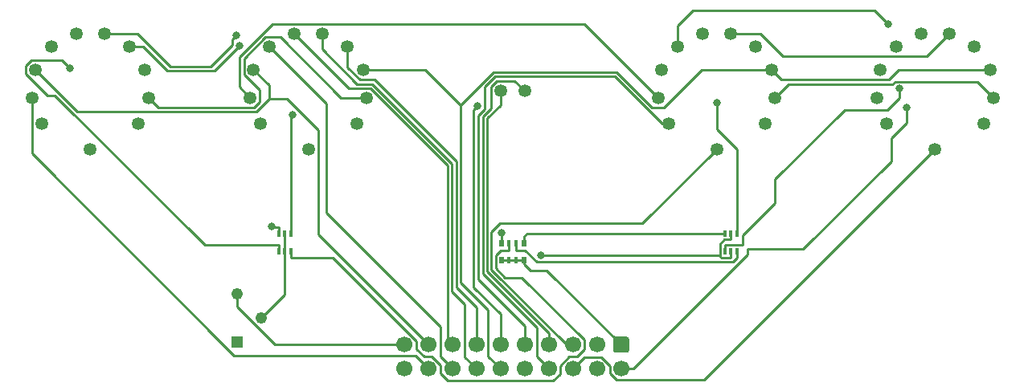
<source format=gbl>
G04 #@! TF.GenerationSoftware,KiCad,Pcbnew,(5.1.7)-1*
G04 #@! TF.CreationDate,2021-11-14T22:53:25-06:00*
G04 #@! TF.ProjectId,in14-socket,696e3134-2d73-46f6-936b-65742e6b6963,rev?*
G04 #@! TF.SameCoordinates,Original*
G04 #@! TF.FileFunction,Copper,L2,Bot*
G04 #@! TF.FilePolarity,Positive*
%FSLAX46Y46*%
G04 Gerber Fmt 4.6, Leading zero omitted, Abs format (unit mm)*
G04 Created by KiCad (PCBNEW (5.1.7)-1) date 2021-11-14 22:53:25*
%MOMM*%
%LPD*%
G01*
G04 APERTURE LIST*
G04 #@! TA.AperFunction,ComponentPad*
%ADD10C,1.346200*%
G04 #@! TD*
G04 #@! TA.AperFunction,ComponentPad*
%ADD11C,1.700000*%
G04 #@! TD*
G04 #@! TA.AperFunction,ComponentPad*
%ADD12R,1.222000X1.222000*%
G04 #@! TD*
G04 #@! TA.AperFunction,ComponentPad*
%ADD13C,1.222000*%
G04 #@! TD*
G04 #@! TA.AperFunction,SMDPad,CuDef*
%ADD14R,0.500000X0.800000*%
G04 #@! TD*
G04 #@! TA.AperFunction,SMDPad,CuDef*
%ADD15R,0.400000X0.800000*%
G04 #@! TD*
G04 #@! TA.AperFunction,SMDPad,CuDef*
%ADD16R,0.400000X0.650000*%
G04 #@! TD*
G04 #@! TA.AperFunction,ViaPad*
%ADD17C,0.800000*%
G04 #@! TD*
G04 #@! TA.AperFunction,Conductor*
%ADD18C,0.250000*%
G04 #@! TD*
G04 APERTURE END LIST*
D10*
X138500000Y-105187440D03*
X132355740Y-99744220D03*
X132713880Y-96805440D03*
X134395360Y-94367040D03*
X137019180Y-92990360D03*
X139980820Y-92990360D03*
X142604640Y-94367040D03*
X144286120Y-96805440D03*
X144644260Y-99744220D03*
X143592700Y-102515360D03*
X133407300Y-102515360D03*
X181505000Y-105192640D03*
X175360740Y-99749420D03*
X175718880Y-96810640D03*
X177400360Y-94372240D03*
X180024180Y-92995560D03*
X182985820Y-92995560D03*
X185609640Y-94372240D03*
X187291120Y-96810640D03*
X187649260Y-99749420D03*
X186597700Y-102520560D03*
X176412300Y-102520560D03*
X204505000Y-105192640D03*
X198360740Y-99749420D03*
X198718880Y-96810640D03*
X200400360Y-94372240D03*
X203024180Y-92995560D03*
X205985820Y-92995560D03*
X208609640Y-94372240D03*
X210291120Y-96810640D03*
X210649260Y-99749420D03*
X209597700Y-102520560D03*
X199412300Y-102520560D03*
X115500000Y-105187440D03*
X109355740Y-99744220D03*
X109713880Y-96805440D03*
X111395360Y-94367040D03*
X114019180Y-92990360D03*
X116980820Y-92990360D03*
X119604640Y-94367040D03*
X121286120Y-96805440D03*
X121644260Y-99744220D03*
X120592700Y-102515360D03*
X110407300Y-102515360D03*
D11*
X148570000Y-128330000D03*
X151110000Y-128330000D03*
X153650000Y-128330000D03*
X156190000Y-128330000D03*
X158730000Y-128330000D03*
X161270000Y-128330000D03*
X163810000Y-128330000D03*
X166350000Y-128330000D03*
X168890000Y-128330000D03*
X171430000Y-128330000D03*
X148570000Y-125790000D03*
X151110000Y-125790000D03*
X153650000Y-125790000D03*
X156190000Y-125790000D03*
X158730000Y-125790000D03*
X161270000Y-125790000D03*
X163810000Y-125790000D03*
X166350000Y-125790000D03*
X168890000Y-125790000D03*
G04 #@! TA.AperFunction,ComponentPad*
G36*
G01*
X172030000Y-126640000D02*
X170830000Y-126640000D01*
G75*
G02*
X170580000Y-126390000I0J250000D01*
G01*
X170580000Y-125190000D01*
G75*
G02*
X170830000Y-124940000I250000J0D01*
G01*
X172030000Y-124940000D01*
G75*
G02*
X172280000Y-125190000I0J-250000D01*
G01*
X172280000Y-126390000D01*
G75*
G02*
X172030000Y-126640000I-250000J0D01*
G01*
G37*
G04 #@! TD.AperFunction*
D10*
X158730000Y-99000000D03*
X161270000Y-99000000D03*
D12*
X131000000Y-125540000D03*
D13*
X133540000Y-123000000D03*
X131000000Y-120460000D03*
D14*
X161200000Y-116900000D03*
D15*
X159600000Y-116900000D03*
X160400000Y-116900000D03*
D14*
X158800000Y-116900000D03*
D15*
X160400000Y-115100000D03*
D14*
X161200000Y-115100000D03*
D15*
X159600000Y-115100000D03*
D14*
X158800000Y-115100000D03*
D16*
X136650000Y-115950000D03*
X135350000Y-115950000D03*
X136000000Y-114050000D03*
X136000000Y-115950000D03*
X135350000Y-114050000D03*
X136650000Y-114050000D03*
X182350000Y-114050000D03*
X183650000Y-114050000D03*
X183000000Y-115950000D03*
X183000000Y-114050000D03*
X183650000Y-115950000D03*
X182350000Y-115950000D03*
D17*
X201469200Y-100790800D03*
X199570000Y-92020000D03*
X130910000Y-93130000D03*
X131230000Y-94270000D03*
X156313100Y-100627200D03*
X162974000Y-116324400D03*
X158800000Y-113961100D03*
X134629400Y-113329400D03*
X200752300Y-98792000D03*
X181500000Y-100265000D03*
X136806800Y-101521800D03*
X113410000Y-96660000D03*
D18*
X171430000Y-128330000D02*
X172681700Y-128330000D01*
X172681700Y-128330000D02*
X184762600Y-116249100D01*
X184762600Y-116249100D02*
X184762600Y-115718700D01*
X184762600Y-115718700D02*
X190581300Y-115718700D01*
X190581300Y-115718700D02*
X199860000Y-106440000D01*
X199860000Y-106440000D02*
X199860000Y-104020000D01*
X201469200Y-102410800D02*
X201469200Y-100790800D01*
X199860000Y-104020000D02*
X201469200Y-102410800D01*
X161270000Y-99000000D02*
X160226500Y-97956500D01*
X160226500Y-97956500D02*
X158339100Y-97956500D01*
X158339100Y-97956500D02*
X157711900Y-98583700D01*
X157711900Y-98583700D02*
X157711900Y-100891100D01*
X157711900Y-100891100D02*
X156867500Y-101735500D01*
X156867500Y-101735500D02*
X156867500Y-118309500D01*
X156867500Y-118309500D02*
X162540000Y-123982000D01*
X162540000Y-123982000D02*
X162540000Y-127060000D01*
X162540000Y-127060000D02*
X163810000Y-128330000D01*
X158730000Y-99000000D02*
X158730000Y-100509900D01*
X158730000Y-100509900D02*
X157317800Y-101922100D01*
X157317800Y-101922100D02*
X157317800Y-118079700D01*
X157317800Y-118079700D02*
X163810000Y-124571900D01*
X163810000Y-124571900D02*
X163810000Y-125790000D01*
X109355700Y-99744200D02*
X109355700Y-105652000D01*
X109355700Y-105652000D02*
X130669100Y-126965400D01*
X130669100Y-126965400D02*
X149745400Y-126965400D01*
X149745400Y-126965400D02*
X151110000Y-128330000D01*
X175360700Y-99749400D02*
X167588000Y-91976700D01*
X167588000Y-91976700D02*
X134720500Y-91976700D01*
X134720500Y-91976700D02*
X131237200Y-95460000D01*
X131237200Y-95460000D02*
X131237200Y-98625700D01*
X131237200Y-98625700D02*
X132355700Y-99744200D01*
X153650000Y-128330000D02*
X152380000Y-127060000D01*
X152380000Y-127060000D02*
X152380000Y-123921500D01*
X152380000Y-123921500D02*
X140350600Y-111892100D01*
X140350600Y-111892100D02*
X140350600Y-100322200D01*
X140350600Y-100322200D02*
X134395400Y-94367000D01*
X199570000Y-92020000D02*
X198080000Y-90530000D01*
X198080000Y-90530000D02*
X179010000Y-90530000D01*
X177400360Y-92139640D02*
X177400360Y-94372240D01*
X179010000Y-90530000D02*
X177400360Y-92139640D01*
X205985800Y-92995600D02*
X203601100Y-95380300D01*
X203601100Y-95380300D02*
X188480800Y-95380300D01*
X188480800Y-95380300D02*
X186096100Y-92995600D01*
X186096100Y-92995600D02*
X182985800Y-92995600D01*
X139980800Y-92990400D02*
X139980800Y-94638000D01*
X139980800Y-94638000D02*
X143638300Y-98295500D01*
X143638300Y-98295500D02*
X145244600Y-98295500D01*
X145244600Y-98295500D02*
X153623700Y-106674600D01*
X153623700Y-106674600D02*
X153623700Y-120196300D01*
X153623700Y-120196300D02*
X154983600Y-121556200D01*
X154983600Y-121556200D02*
X154983600Y-127123600D01*
X154983600Y-127123600D02*
X156190000Y-128330000D01*
X130910000Y-93130000D02*
X130450000Y-93590000D01*
X128180010Y-96449990D02*
X123979990Y-96449990D01*
X130450000Y-94180000D02*
X128180010Y-96449990D01*
X130450000Y-93590000D02*
X130450000Y-94180000D01*
X120520360Y-92990360D02*
X116980820Y-92990360D01*
X123979990Y-96449990D02*
X120520360Y-92990360D01*
X154524300Y-100497500D02*
X154524300Y-119224600D01*
X154524300Y-119224600D02*
X157405500Y-122105800D01*
X157405500Y-122105800D02*
X157405500Y-127005500D01*
X157405500Y-127005500D02*
X158730000Y-128330000D01*
X210291100Y-96810600D02*
X200664200Y-96810600D01*
X200664200Y-96810600D02*
X199649100Y-97825700D01*
X199649100Y-97825700D02*
X188306200Y-97825700D01*
X188306200Y-97825700D02*
X187291100Y-96810600D01*
X187291100Y-96810600D02*
X179912300Y-96810600D01*
X179912300Y-96810600D02*
X175955900Y-100767000D01*
X175955900Y-100767000D02*
X174658700Y-100767000D01*
X174658700Y-100767000D02*
X170947500Y-97055800D01*
X170947500Y-97055800D02*
X157966000Y-97055800D01*
X157966000Y-97055800D02*
X154524300Y-100497500D01*
X144286100Y-96805400D02*
X150832200Y-96805400D01*
X150832200Y-96805400D02*
X154524300Y-100497500D01*
X161200000Y-117262600D02*
X161891800Y-117954400D01*
X161891800Y-117954400D02*
X163594400Y-117954400D01*
X163594400Y-117954400D02*
X171430000Y-125790000D01*
X148570000Y-125790000D02*
X134980600Y-125790000D01*
X134980600Y-125790000D02*
X131000000Y-121809400D01*
X131000000Y-121809400D02*
X131000000Y-120460000D01*
X161200000Y-116900000D02*
X161200000Y-117262600D01*
X158800000Y-116900000D02*
X159600000Y-116900000D01*
X159600000Y-116900000D02*
X160400000Y-116900000D01*
X160400000Y-116900000D02*
X161200000Y-116900000D01*
X134341800Y-99865500D02*
X132982100Y-101225200D01*
X132982100Y-101225200D02*
X114133700Y-101225200D01*
X114133700Y-101225200D02*
X109713900Y-96805400D01*
X132713900Y-96805400D02*
X134341800Y-98433300D01*
X134341800Y-98433300D02*
X134341800Y-99865500D01*
X134341800Y-99865500D02*
X136198600Y-99865500D01*
X136198600Y-99865500D02*
X139498500Y-103165400D01*
X139498500Y-103165400D02*
X139498500Y-114178500D01*
X139498500Y-114178500D02*
X151110000Y-125790000D01*
X153650000Y-125790000D02*
X153173400Y-125313400D01*
X153173400Y-125313400D02*
X153173400Y-106861200D01*
X153173400Y-106861200D02*
X145058000Y-98745800D01*
X145058000Y-98745800D02*
X142774600Y-98745800D01*
X142774600Y-98745800D02*
X137019200Y-92990400D01*
X142604600Y-94367000D02*
X142604600Y-96550700D01*
X142604600Y-96550700D02*
X143899000Y-97845100D01*
X143899000Y-97845100D02*
X145431100Y-97845100D01*
X145431100Y-97845100D02*
X154074000Y-106488000D01*
X154074000Y-106488000D02*
X154074000Y-119784400D01*
X154074000Y-119784400D02*
X156190000Y-121900400D01*
X156190000Y-121900400D02*
X156190000Y-125790000D01*
X131230000Y-94270000D02*
X128600000Y-96900000D01*
X128600000Y-96900000D02*
X123650000Y-96900000D01*
X121117040Y-94367040D02*
X119604640Y-94367040D01*
X123650000Y-96900000D02*
X121117040Y-94367040D01*
X156313100Y-100627200D02*
X155910600Y-101029700D01*
X155910600Y-101029700D02*
X155910600Y-119714200D01*
X155910600Y-119714200D02*
X158730000Y-122533600D01*
X158730000Y-122533600D02*
X158730000Y-125790000D01*
X210649300Y-99749400D02*
X208950700Y-98050800D01*
X208950700Y-98050800D02*
X200286200Y-98050800D01*
X200286200Y-98050800D02*
X199982800Y-98354200D01*
X199982800Y-98354200D02*
X189044500Y-98354200D01*
X189044500Y-98354200D02*
X187649300Y-99749400D01*
X144644300Y-99744200D02*
X141892100Y-99744200D01*
X141892100Y-99744200D02*
X135515600Y-93367700D01*
X135515600Y-93367700D02*
X133974700Y-93367700D01*
X133974700Y-93367700D02*
X131715400Y-95627000D01*
X131715400Y-95627000D02*
X131715400Y-97281900D01*
X131715400Y-97281900D02*
X133359500Y-98926000D01*
X133359500Y-98926000D02*
X133359500Y-100187200D01*
X133359500Y-100187200D02*
X132784500Y-100762200D01*
X132784500Y-100762200D02*
X122662300Y-100762200D01*
X122662300Y-100762200D02*
X121644300Y-99744200D01*
X176412300Y-102520600D02*
X175775400Y-102520600D01*
X175775400Y-102520600D02*
X170760900Y-97506100D01*
X170760900Y-97506100D02*
X158152600Y-97506100D01*
X158152600Y-97506100D02*
X157038400Y-98620300D01*
X157038400Y-98620300D02*
X157038400Y-100927700D01*
X157038400Y-100927700D02*
X156360900Y-101605200D01*
X156360900Y-101605200D02*
X156360900Y-118890800D01*
X156360900Y-118890800D02*
X161270000Y-123799900D01*
X161270000Y-123799900D02*
X161270000Y-125790000D01*
X160400000Y-115100000D02*
X160400000Y-115825300D01*
X183650000Y-115950000D02*
X183650000Y-116634800D01*
X183650000Y-116634800D02*
X183215400Y-117069400D01*
X183215400Y-117069400D02*
X162528300Y-117069400D01*
X162528300Y-117069400D02*
X161284200Y-115825300D01*
X161284200Y-115825300D02*
X160400000Y-115825300D01*
X181824400Y-116324400D02*
X162974000Y-116324400D01*
X181824400Y-116324400D02*
X181824400Y-116465000D01*
X181824400Y-116465000D02*
X181959700Y-116600300D01*
X181959700Y-116600300D02*
X183000000Y-116600300D01*
X183000000Y-114700300D02*
X182277000Y-114700300D01*
X182277000Y-114700300D02*
X181824400Y-115152900D01*
X181824400Y-115152900D02*
X181824400Y-116324400D01*
X133540000Y-123000000D02*
X136000000Y-120540000D01*
X136000000Y-120540000D02*
X136000000Y-115950000D01*
X183000000Y-115950000D02*
X183000000Y-116600300D01*
X183000000Y-114050000D02*
X183000000Y-114700300D01*
X136000000Y-115299700D02*
X136000000Y-114050000D01*
X136000000Y-115950000D02*
X136000000Y-115299700D01*
X161200000Y-115100000D02*
X161200000Y-114374700D01*
X182350000Y-114050000D02*
X161524700Y-114050000D01*
X161524700Y-114050000D02*
X161200000Y-114374700D01*
X158800000Y-114374700D02*
X158800000Y-113961100D01*
X158800000Y-115100000D02*
X158800000Y-114374700D01*
X135350000Y-113399700D02*
X134699700Y-113399700D01*
X134699700Y-113399700D02*
X134629400Y-113329400D01*
X135350000Y-114050000D02*
X135350000Y-113399700D01*
X159600000Y-115100000D02*
X159600000Y-115825300D01*
X136650000Y-115950000D02*
X136650000Y-116600300D01*
X136650000Y-116600300D02*
X141046600Y-116600300D01*
X141046600Y-116600300D02*
X149904600Y-125458300D01*
X149904600Y-125458300D02*
X149904600Y-126251000D01*
X149904600Y-126251000D02*
X150713600Y-127060000D01*
X150713600Y-127060000D02*
X151506400Y-127060000D01*
X151506400Y-127060000D02*
X152380000Y-127933600D01*
X152380000Y-127933600D02*
X152380000Y-128817800D01*
X152380000Y-128817800D02*
X153128600Y-129566400D01*
X153128600Y-129566400D02*
X164297800Y-129566400D01*
X164297800Y-129566400D02*
X164985400Y-128878800D01*
X164985400Y-128878800D02*
X164985400Y-128030400D01*
X164985400Y-128030400D02*
X165955800Y-127060000D01*
X165955800Y-127060000D02*
X166759400Y-127060000D01*
X166759400Y-127060000D02*
X167530100Y-126289300D01*
X167530100Y-126289300D02*
X167530100Y-125296700D01*
X167530100Y-125296700D02*
X160936400Y-118703000D01*
X160936400Y-118703000D02*
X159214900Y-118703000D01*
X159214900Y-118703000D02*
X158218400Y-117706500D01*
X158218400Y-117706500D02*
X158218400Y-116343400D01*
X158218400Y-116343400D02*
X158736500Y-115825300D01*
X158736500Y-115825300D02*
X159600000Y-115825300D01*
X184244600Y-115299700D02*
X182350000Y-115299700D01*
X182350000Y-115950000D02*
X182350000Y-115299700D01*
X184244600Y-114276398D02*
X187620000Y-110900998D01*
X184244600Y-115299700D02*
X184244600Y-114276398D01*
X187620000Y-110900998D02*
X187620000Y-108360000D01*
X187620000Y-108360000D02*
X194950000Y-101030000D01*
X194950000Y-101030000D02*
X199500000Y-101030000D01*
X200752300Y-99777700D02*
X200752300Y-98792000D01*
X199500000Y-101030000D02*
X200752300Y-99777700D01*
X183650000Y-114050000D02*
X183650000Y-105225300D01*
X183650000Y-105225300D02*
X181500000Y-103075300D01*
X181500000Y-103075300D02*
X181500000Y-100265000D01*
X136650000Y-114050000D02*
X136650000Y-101678600D01*
X136650000Y-101678600D02*
X136806800Y-101521800D01*
X135350000Y-115299700D02*
X135350000Y-115950000D01*
X111804400Y-99532800D02*
X127571300Y-115299700D01*
X127571300Y-115299700D02*
X135350000Y-115299700D01*
X110994100Y-99532800D02*
X111804400Y-99532800D01*
X108699300Y-96378400D02*
X108699300Y-97238000D01*
X108699300Y-97238000D02*
X110994100Y-99532800D01*
X109288000Y-95789700D02*
X108699300Y-96378400D01*
X112539700Y-95789700D02*
X109288000Y-95789700D01*
X113410000Y-96660000D02*
X112539700Y-95789700D01*
X204505000Y-105192600D02*
X180178900Y-129518700D01*
X180178900Y-129518700D02*
X170929700Y-129518700D01*
X170929700Y-129518700D02*
X170254600Y-128843600D01*
X170254600Y-128843600D02*
X170254600Y-128028200D01*
X170254600Y-128028200D02*
X169346900Y-127120500D01*
X169346900Y-127120500D02*
X167559500Y-127120500D01*
X167559500Y-127120500D02*
X166350000Y-128330000D01*
X181505000Y-105192600D02*
X173679700Y-113017900D01*
X173679700Y-113017900D02*
X158685000Y-113017900D01*
X158685000Y-113017900D02*
X157768100Y-113934800D01*
X157768100Y-113934800D02*
X157768100Y-117893100D01*
X157768100Y-117893100D02*
X165665000Y-125790000D01*
X165665000Y-125790000D02*
X166350000Y-125790000D01*
M02*

</source>
